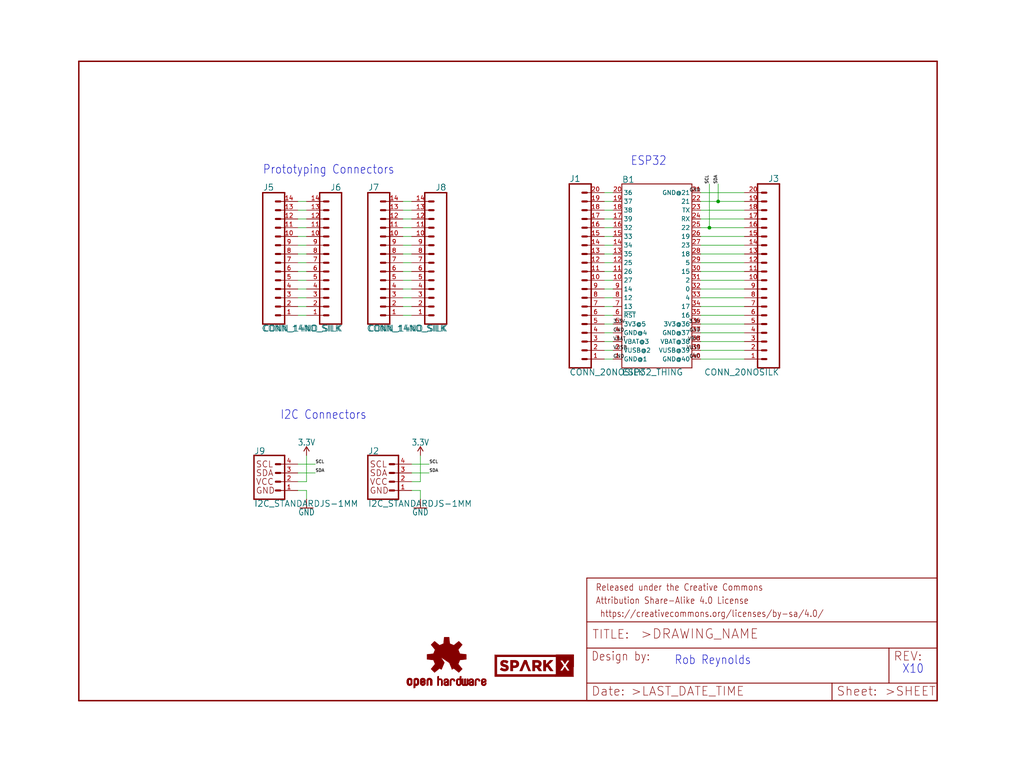
<source format=kicad_sch>
(kicad_sch (version 20211123) (generator eeschema)
  (paper "User" 297.002 223.926)
  (lib_symbols
    (symbol "eagleSchem-eagle-import:3.3V" (power)
      (property "Value" "3.3V" (at 0 2.794 0))
      (symbol "3.3V_1_0"
        (pin power_in line (at 0 0 90) (length 2.54) (name "3.3V") (number "1"))
      )
    )
    (symbol "eagleSchem-eagle-import:CONN_14NO_SILK"
      (property "Reference" "J" (at 0 18.288 0))
      (property "Value" "CONN_14NO_SILK" (at 0 -22.606 0))
      (symbol "CONN_14NO_SILK_1_0"
        (pin passive line (at 10.16 -17.78 180) (length 5.08) (name "1") (number "1"))
        (pin passive line (at 10.16 5.08 180) (length 5.08) (name "10") (number "10"))
        (pin passive line (at 10.16 7.62 180) (length 5.08) (name "11") (number "11"))
        (pin passive line (at 10.16 10.16 180) (length 5.08) (name "12") (number "12"))
        (pin passive line (at 10.16 12.7 180) (length 5.08) (name "13") (number "13"))
        (pin passive line (at 10.16 15.24 180) (length 5.08) (name "14") (number "14"))
        (pin passive line (at 10.16 -15.24 180) (length 5.08) (name "2") (number "2"))
        (pin passive line (at 10.16 -12.7 180) (length 5.08) (name "3") (number "3"))
        (pin passive line (at 10.16 -10.16 180) (length 5.08) (name "4") (number "4"))
        (pin passive line (at 10.16 -7.62 180) (length 5.08) (name "5") (number "5"))
        (pin passive line (at 10.16 -5.08 180) (length 5.08) (name "6") (number "6"))
        (pin passive line (at 10.16 -2.54 180) (length 5.08) (name "7") (number "7"))
        (pin passive line (at 10.16 0 180) (length 5.08) (name "8") (number "8"))
        (pin passive line (at 10.16 2.54 180) (length 5.08) (name "9") (number "9"))
      )
    )
    (symbol "eagleSchem-eagle-import:CONN_20NOSILK"
      (property "Reference" "J" (at 0 56.388 0))
      (property "Value" "CONN_20NOSILK" (at 0 0.254 0))
      (symbol "CONN_20NOSILK_1_0"
        (pin passive line (at 10.16 5.08 180) (length 5.08) (name "1") (number "1"))
        (pin passive line (at 10.16 27.94 180) (length 5.08) (name "10") (number "10"))
        (pin passive line (at 10.16 30.48 180) (length 5.08) (name "11") (number "11"))
        (pin passive line (at 10.16 33.02 180) (length 5.08) (name "12") (number "12"))
        (pin passive line (at 10.16 35.56 180) (length 5.08) (name "13") (number "13"))
        (pin passive line (at 10.16 38.1 180) (length 5.08) (name "14") (number "14"))
        (pin passive line (at 10.16 40.64 180) (length 5.08) (name "15") (number "15"))
        (pin passive line (at 10.16 43.18 180) (length 5.08) (name "16") (number "16"))
        (pin passive line (at 10.16 45.72 180) (length 5.08) (name "17") (number "17"))
        (pin passive line (at 10.16 48.26 180) (length 5.08) (name "18") (number "18"))
        (pin passive line (at 10.16 50.8 180) (length 5.08) (name "19") (number "19"))
        (pin passive line (at 10.16 7.62 180) (length 5.08) (name "2") (number "2"))
        (pin passive line (at 10.16 53.34 180) (length 5.08) (name "20") (number "20"))
        (pin passive line (at 10.16 10.16 180) (length 5.08) (name "3") (number "3"))
        (pin passive line (at 10.16 12.7 180) (length 5.08) (name "4") (number "4"))
        (pin passive line (at 10.16 15.24 180) (length 5.08) (name "5") (number "5"))
        (pin passive line (at 10.16 17.78 180) (length 5.08) (name "6") (number "6"))
        (pin passive line (at 10.16 20.32 180) (length 5.08) (name "7") (number "7"))
        (pin passive line (at 10.16 22.86 180) (length 5.08) (name "8") (number "8"))
        (pin passive line (at 10.16 25.4 180) (length 5.08) (name "9") (number "9"))
      )
    )
    (symbol "eagleSchem-eagle-import:ESP32_THING"
      (property "Reference" "B" (at -10.16 28.194 0))
      (property "Value" "ESP32_THING" (at -10.16 -25.654 0))
      (symbol "ESP32_THING_1_0"
        (pin bidirectional line (at -12.7 -22.86 0) (length 2.54) (name "GND@1") (number "1"))
        (pin bidirectional line (at -12.7 0 0) (length 2.54) (name "27") (number "10"))
        (pin bidirectional line (at -12.7 2.54 0) (length 2.54) (name "26") (number "11"))
        (pin bidirectional line (at -12.7 5.08 0) (length 2.54) (name "25") (number "12"))
        (pin bidirectional line (at -12.7 7.62 0) (length 2.54) (name "35") (number "13"))
        (pin bidirectional line (at -12.7 10.16 0) (length 2.54) (name "34") (number "14"))
        (pin bidirectional line (at -12.7 12.7 0) (length 2.54) (name "33") (number "15"))
        (pin bidirectional line (at -12.7 15.24 0) (length 2.54) (name "32") (number "16"))
        (pin bidirectional line (at -12.7 17.78 0) (length 2.54) (name "39") (number "17"))
        (pin bidirectional line (at -12.7 20.32 0) (length 2.54) (name "38") (number "18"))
        (pin bidirectional line (at -12.7 22.86 0) (length 2.54) (name "37") (number "19"))
        (pin bidirectional line (at -12.7 -20.32 0) (length 2.54) (name "VUSB@2") (number "2"))
        (pin bidirectional line (at -12.7 25.4 0) (length 2.54) (name "36") (number "20"))
        (pin bidirectional line (at 12.7 25.4 180) (length 2.54) (name "GND@21") (number "21"))
        (pin bidirectional line (at 12.7 22.86 180) (length 2.54) (name "21") (number "22"))
        (pin bidirectional line (at 12.7 20.32 180) (length 2.54) (name "TX") (number "23"))
        (pin bidirectional line (at 12.7 17.78 180) (length 2.54) (name "RX") (number "24"))
        (pin bidirectional line (at 12.7 15.24 180) (length 2.54) (name "22") (number "25"))
        (pin bidirectional line (at 12.7 12.7 180) (length 2.54) (name "19") (number "26"))
        (pin bidirectional line (at 12.7 10.16 180) (length 2.54) (name "23") (number "27"))
        (pin bidirectional line (at 12.7 7.62 180) (length 2.54) (name "18") (number "28"))
        (pin bidirectional line (at 12.7 5.08 180) (length 2.54) (name "5") (number "29"))
        (pin bidirectional line (at -12.7 -17.78 0) (length 2.54) (name "VBAT@3") (number "3"))
        (pin bidirectional line (at 12.7 2.54 180) (length 2.54) (name "15") (number "30"))
        (pin bidirectional line (at 12.7 0 180) (length 2.54) (name "2") (number "31"))
        (pin bidirectional line (at 12.7 -2.54 180) (length 2.54) (name "0") (number "32"))
        (pin bidirectional line (at 12.7 -5.08 180) (length 2.54) (name "4") (number "33"))
        (pin bidirectional line (at 12.7 -7.62 180) (length 2.54) (name "17") (number "34"))
        (pin bidirectional line (at 12.7 -10.16 180) (length 2.54) (name "16") (number "35"))
        (pin bidirectional line (at 12.7 -12.7 180) (length 2.54) (name "3V3@36") (number "36"))
        (pin bidirectional line (at 12.7 -15.24 180) (length 2.54) (name "GND@37") (number "37"))
        (pin bidirectional line (at 12.7 -17.78 180) (length 2.54) (name "VBAT@38") (number "38"))
        (pin bidirectional line (at 12.7 -20.32 180) (length 2.54) (name "VUSB@39") (number "39"))
        (pin bidirectional line (at -12.7 -15.24 0) (length 2.54) (name "GND@4") (number "4"))
        (pin bidirectional line (at 12.7 -22.86 180) (length 2.54) (name "GND@40") (number "40"))
        (pin bidirectional line (at -12.7 -12.7 0) (length 2.54) (name "3V3@5") (number "5"))
        (pin bidirectional line (at -12.7 -10.16 0) (length 2.54) (name "~{RST}") (number "6"))
        (pin bidirectional line (at -12.7 -7.62 0) (length 2.54) (name "13") (number "7"))
        (pin bidirectional line (at -12.7 -5.08 0) (length 2.54) (name "12") (number "8"))
        (pin bidirectional line (at -12.7 -2.54 0) (length 2.54) (name "14") (number "9"))
      )
    )
    (symbol "eagleSchem-eagle-import:FRAME-LETTERNO_PACKAGE"
      (symbol "FRAME-LETTERNO_PACKAGE_2_0"
        (text " https://creativecommons.org/licenses/by-sa/4.0/" (at 2.54 24.13 0) (effects (font (size 1.9304 1.6408)) (justify left bottom)))
        (text ">DRAWING_NAME" (at 15.494 17.78 0) (effects (font (size 2.7432 2.7432)) (justify left bottom)))
        (text ">LAST_DATE_TIME" (at 12.7 1.27 0) (effects (font (size 2.54 2.54)) (justify left bottom)))
        (text ">SHEET" (at 86.36 1.27 0) (effects (font (size 2.54 2.54)) (justify left bottom)))
        (text "Attribution Share-Alike 4.0 License" (at 2.54 27.94 0) (effects (font (size 1.9304 1.6408)) (justify left bottom)))
        (text "Date:" (at 1.27 1.27 0) (effects (font (size 2.54 2.54)) (justify left bottom)))
        (text "Design by:" (at 1.27 11.43 0) (effects (font (size 2.54 2.159)) (justify left bottom)))
        (text "Released under the Creative Commons" (at 2.54 31.75 0) (effects (font (size 1.9304 1.6408)) (justify left bottom)))
        (text "REV:" (at 88.9 11.43 0) (effects (font (size 2.54 2.54)) (justify left bottom)))
        (text "Sheet:" (at 72.39 1.27 0) (effects (font (size 2.54 2.54)) (justify left bottom)))
        (text "TITLE:" (at 1.524 17.78 0) (effects (font (size 2.54 2.54)) (justify left bottom)))
      )
    )
    (symbol "eagleSchem-eagle-import:GND" (power)
      (property "Value" "GND" (at 0 -0.254 0))
      (symbol "GND_1_0"
        (pin power_in line (at 0 2.54 270) (length 2.54) (name "GND") (number "1"))
      )
    )
    (symbol "eagleSchem-eagle-import:I2C_STANDARDJS-1MM"
      (property "Reference" "J" (at -5.08 7.874 0))
      (property "Value" "I2C_STANDARDJS-1MM" (at -5.08 -5.334 0))
      (symbol "I2C_STANDARDJS-1MM_1_0"
        (text "GND" (at -4.572 -2.54 0) (effects (font (size 1.778 1.778)) (justify left)))
        (text "SCL" (at -4.572 5.08 0) (effects (font (size 1.778 1.778)) (justify left)))
        (text "SDA" (at -4.572 2.54 0) (effects (font (size 1.778 1.778)) (justify left)))
        (text "VCC" (at -4.572 0 0) (effects (font (size 1.778 1.778)) (justify left)))
        (pin power_in line (at 7.62 -2.54 180) (length 5.08) (name "GND") (number "1"))
        (pin power_in line (at 7.62 0 180) (length 5.08) (name "VCC") (number "2"))
        (pin passive line (at 7.62 2.54 180) (length 5.08) (name "SDA") (number "3"))
        (pin passive line (at 7.62 5.08 180) (length 5.08) (name "SCL") (number "4"))
      )
    )
    (symbol "eagleSchem-eagle-import:OSHW-LOGOMINI")
    (symbol "eagleSchem-eagle-import:SPARKX-LOGO3")
  )
  (junction (at 208.28 58.42))
  (junction (at 205.74 66.04))
  (wire (pts (xy 88.9 91.44) (xy 86.36 91.44)))
  (wire (pts (xy 203.2 63.5) (xy 215.9 63.5)))
  (wire (pts (xy 177.8 101.6) (xy 175.26 101.6)))
  (wire (pts (xy 88.9 68.58) (xy 86.36 68.58)))
  (wire (pts (xy 177.8 55.88) (xy 175.26 55.88)))
  (wire (pts (xy 119.38 68.58) (xy 116.84 68.58)))
  (wire (pts (xy 119.38 91.44) (xy 116.84 91.44)))
  (wire (pts (xy 119.38 142.24) (xy 121.92 142.24)))
  (wire (pts (xy 88.9 81.28) (xy 86.36 81.28)))
  (wire (pts (xy 88.9 63.5) (xy 86.36 63.5)))
  (wire (pts (xy 205.74 66.04) (xy 205.74 53.34)))
  (wire (pts (xy 177.8 63.5) (xy 175.26 63.5)))
  (wire (pts (xy 203.2 58.42) (xy 208.28 58.42)))
  (wire (pts (xy 177.8 86.36) (xy 175.26 86.36)))
  (wire (pts (xy 208.28 58.42) (xy 215.9 58.42)))
  (wire (pts (xy 88.9 60.96) (xy 86.36 60.96)))
  (wire (pts (xy 119.38 78.74) (xy 116.84 78.74)))
  (wire (pts (xy 203.2 104.14) (xy 215.9 104.14)))
  (wire (pts (xy 203.2 93.98) (xy 215.9 93.98)))
  (wire (pts (xy 208.28 53.34) (xy 208.28 58.42)))
  (wire (pts (xy 177.8 66.04) (xy 175.26 66.04)))
  (wire (pts (xy 177.8 58.42) (xy 175.26 58.42)))
  (wire (pts (xy 119.38 71.12) (xy 116.84 71.12)))
  (wire (pts (xy 203.2 60.96) (xy 215.9 60.96)))
  (wire (pts (xy 121.92 139.7) (xy 121.92 132.08)))
  (wire (pts (xy 119.38 81.28) (xy 116.84 81.28)))
  (wire (pts (xy 203.2 86.36) (xy 215.9 86.36)))
  (wire (pts (xy 203.2 81.28) (xy 215.9 81.28)))
  (wire (pts (xy 88.9 73.66) (xy 86.36 73.66)))
  (wire (pts (xy 88.9 86.36) (xy 86.36 86.36)))
  (wire (pts (xy 177.8 88.9) (xy 175.26 88.9)))
  (wire (pts (xy 203.2 76.2) (xy 215.9 76.2)))
  (wire (pts (xy 119.38 137.16) (xy 124.46 137.16)))
  (wire (pts (xy 177.8 71.12) (xy 175.26 71.12)))
  (wire (pts (xy 119.38 60.96) (xy 116.84 60.96)))
  (wire (pts (xy 86.36 137.16) (xy 91.44 137.16)))
  (wire (pts (xy 177.8 68.58) (xy 175.26 68.58)))
  (wire (pts (xy 203.2 68.58) (xy 215.9 68.58)))
  (wire (pts (xy 88.9 142.24) (xy 88.9 144.78)))
  (wire (pts (xy 88.9 71.12) (xy 86.36 71.12)))
  (wire (pts (xy 203.2 73.66) (xy 215.9 73.66)))
  (wire (pts (xy 119.38 88.9) (xy 116.84 88.9)))
  (wire (pts (xy 119.38 86.36) (xy 116.84 86.36)))
  (wire (pts (xy 177.8 83.82) (xy 175.26 83.82)))
  (wire (pts (xy 119.38 58.42) (xy 116.84 58.42)))
  (wire (pts (xy 177.8 76.2) (xy 175.26 76.2)))
  (wire (pts (xy 177.8 91.44) (xy 175.26 91.44)))
  (wire (pts (xy 203.2 55.88) (xy 215.9 55.88)))
  (wire (pts (xy 119.38 63.5) (xy 116.84 63.5)))
  (wire (pts (xy 203.2 78.74) (xy 215.9 78.74)))
  (wire (pts (xy 86.36 142.24) (xy 88.9 142.24)))
  (wire (pts (xy 203.2 96.52) (xy 215.9 96.52)))
  (wire (pts (xy 177.8 96.52) (xy 175.26 96.52)))
  (wire (pts (xy 88.9 58.42) (xy 86.36 58.42)))
  (wire (pts (xy 177.8 93.98) (xy 175.26 93.98)))
  (wire (pts (xy 86.36 134.62) (xy 91.44 134.62)))
  (wire (pts (xy 177.8 78.74) (xy 175.26 78.74)))
  (wire (pts (xy 177.8 104.14) (xy 175.26 104.14)))
  (wire (pts (xy 121.92 142.24) (xy 121.92 144.78)))
  (wire (pts (xy 203.2 66.04) (xy 205.74 66.04)))
  (wire (pts (xy 86.36 139.7) (xy 88.9 139.7)))
  (wire (pts (xy 203.2 91.44) (xy 215.9 91.44)))
  (wire (pts (xy 177.8 99.06) (xy 175.26 99.06)))
  (wire (pts (xy 119.38 139.7) (xy 121.92 139.7)))
  (wire (pts (xy 203.2 88.9) (xy 215.9 88.9)))
  (wire (pts (xy 203.2 101.6) (xy 215.9 101.6)))
  (wire (pts (xy 119.38 83.82) (xy 116.84 83.82)))
  (wire (pts (xy 203.2 83.82) (xy 215.9 83.82)))
  (wire (pts (xy 203.2 99.06) (xy 215.9 99.06)))
  (wire (pts (xy 88.9 76.2) (xy 86.36 76.2)))
  (wire (pts (xy 205.74 66.04) (xy 215.9 66.04)))
  (wire (pts (xy 88.9 78.74) (xy 86.36 78.74)))
  (wire (pts (xy 177.8 73.66) (xy 175.26 73.66)))
  (wire (pts (xy 119.38 76.2) (xy 116.84 76.2)))
  (wire (pts (xy 177.8 60.96) (xy 175.26 60.96)))
  (wire (pts (xy 203.2 71.12) (xy 215.9 71.12)))
  (wire (pts (xy 119.38 134.62) (xy 124.46 134.62)))
  (wire (pts (xy 88.9 83.82) (xy 86.36 83.82)))
  (wire (pts (xy 88.9 139.7) (xy 88.9 132.08)))
  (wire (pts (xy 119.38 73.66) (xy 116.84 73.66)))
  (wire (pts (xy 119.38 66.04) (xy 116.84 66.04)))
  (wire (pts (xy 177.8 81.28) (xy 175.26 81.28)))
  (wire (pts (xy 88.9 66.04) (xy 86.36 66.04)))
  (wire (pts (xy 88.9 88.9) (xy 86.36 88.9)))
  (text "X10" (at 261.62 195.58 180) (effects (font (size 2.54 2.159)) (justify left bottom)))
  (text "Rob Reynolds" (at 195.58 193.04 180) (effects (font (size 2.54 2.159)) (justify left bottom)))
  (text "Prototyping Connectors" (at 76.2 50.8 180) (effects (font (size 2.54 2.159)) (justify left bottom)))
  (text "I2C Connectors" (at 81.28 121.92 180) (effects (font (size 2.54 2.159)) (justify left bottom)))
  (text "ESP32" (at 182.88 48.26 180) (effects (font (size 2.54 2.159)) (justify left bottom)))
  (label "SCL" (at 91.44 134.62 0) (effects (font (size 0.889 0.889))))
  (label "SCL" (at 124.46 134.62 0) (effects (font (size 0.889 0.889))))
  (label "SDA" (at 208.28 53.34 90) (effects (font (size 0.889 0.889))))
  (label "SDA" (at 91.44 137.16 0) (effects (font (size 0.889 0.889))))
  (label "GND" (at 203.2 96.52 180) (effects (font (size 1.016 1.016))))
  (label "GND" (at 203.2 104.14 180) (effects (font (size 1.016 1.016))))
  (label "VBAT" (at 177.8 99.06 0) (effects (font (size 1.016 1.016))))
  (label "VUSB" (at 177.8 101.6 0) (effects (font (size 1.016 1.016))))
  (label "GND" (at 203.2 55.88 180) (effects (font (size 1.016 1.016))))
  (label "3.3V" (at 177.8 93.98 0) (effects (font (size 1.016 1.016))))
  (label "VUSB" (at 203.2 101.6 180) (effects (font (size 1.016 1.016))))
  (label "GND" (at 177.8 104.14 0) (effects (font (size 1.016 1.016))))
  (label "SCL" (at 205.74 53.34 90) (effects (font (size 0.889 0.889))))
  (label "GND" (at 177.8 96.52 0) (effects (font (size 1.016 1.016))))
  (label "SDA" (at 124.46 137.16 0) (effects (font (size 0.889 0.889))))
  (label "VBAT" (at 203.2 99.06 180) (effects (font (size 1.016 1.016))))
  (label "3.3V" (at 203.2 93.98 180) (effects (font (size 1.016 1.016))))
  (symbol (lib_id "eagleSchem-eagle-import:CONN_14NO_SILK") (at 129.54 73.66 0) (mirror y) (unit 1)
    (property "Reference" "J8" (at 129.54 55.372 0) (effects (font (size 1.778 1.778)) (justify left bottom)))
    (property "Value" "CONN_14NO_SILK" (at 129.54 96.266 0) (effects (font (size 1.778 1.778)) (justify left bottom)))
    (property "Footprint" "eagleSchem:1X14_NO_SILK" (effects hide))
  )
  (symbol (lib_id "eagleSchem-eagle-import:I2C_STANDARDJS-1MM") (at 111.76 139.7 0) (unit 1)
    (property "Reference" "J2" (at 106.68 131.826 0) (effects (font (size 1.778 1.778)) (justify left bottom)))
    (property "Value" "I2C_STANDARDJS-1MM" (at 106.68 145.034 0) (effects (font (size 1.778 1.778)) (justify left top)))
    (property "Footprint" "eagleSchem:1X04_1MM_RA" (effects hide))
  )
  (symbol (lib_id "eagleSchem-eagle-import:CONN_20NOSILK") (at 165.1 109.22 0) (unit 1)
    (property "Reference" "J1" (at 165.1 52.832 0) (effects (font (size 1.778 1.778)) (justify left bottom)))
    (property "Value" "CONN_20NOSILK" (at 165.1 108.966 0) (effects (font (size 1.778 1.778)) (justify left bottom)))
    (property "Footprint" "eagleSchem:1X20_NOSILK" (effects hide))
  )
  (symbol (lib_id "eagleSchem-eagle-import:FRAME-LETTERNO_PACKAGE") (at 170.18 203.2 0) (unit 2)
    (property "Reference" "FRAME1" (effects hide))
    (property "Value" "FRAME-LETTERNO_PACKAGE" (effects hide))
    (property "Footprint" "eagleSchem:DUMMY" (effects hide))
  )
  (symbol (lib_id "eagleSchem-eagle-import:CONN_14NO_SILK") (at 99.06 73.66 0) (mirror y) (unit 1)
    (property "Reference" "J6" (at 99.06 55.372 0) (effects (font (size 1.778 1.778)) (justify left bottom)))
    (property "Value" "CONN_14NO_SILK" (at 99.06 96.266 0) (effects (font (size 1.778 1.778)) (justify left bottom)))
    (property "Footprint" "eagleSchem:1X14_NO_SILK" (effects hide))
  )
  (symbol (lib_id "eagleSchem-eagle-import:3.3V") (at 88.9 132.08 0) (unit 1)
    (property "Reference" "#SUPPLY8" (effects hide))
    (property "Value" "3.3V" (at 88.9 129.286 0) (effects (font (size 1.778 1.5113)) (justify bottom)))
    (property "Footprint" "eagleSchem:" (effects hide))
  )
  (symbol (lib_id "eagleSchem-eagle-import:GND") (at 121.92 147.32 0) (unit 1)
    (property "Reference" "#GND2" (effects hide))
    (property "Value" "GND" (at 121.92 147.574 0) (effects (font (size 1.778 1.5113)) (justify top)))
    (property "Footprint" "eagleSchem:" (effects hide))
  )
  (symbol (lib_id "eagleSchem-eagle-import:CONN_14NO_SILK") (at 76.2 73.66 0) (unit 1)
    (property "Reference" "J5" (at 76.2 55.372 0) (effects (font (size 1.778 1.778)) (justify left bottom)))
    (property "Value" "CONN_14NO_SILK" (at 76.2 96.266 0) (effects (font (size 1.778 1.778)) (justify left bottom)))
    (property "Footprint" "eagleSchem:1X14_NO_SILK" (effects hide))
  )
  (symbol (lib_id "eagleSchem-eagle-import:SPARKX-LOGO3") (at 154.94 193.04 0) (unit 1)
    (property "Reference" "U$1" (effects hide))
    (property "Value" "SPARKX-LOGO3" (effects hide))
    (property "Footprint" "eagleSchem:SPARKX-SMALL" (effects hide))
  )
  (symbol (lib_id "eagleSchem-eagle-import:FRAME-LETTERNO_PACKAGE") (at 22.86 203.2 0) (unit 1)
    (property "Reference" "FRAME1" (effects hide))
    (property "Value" "FRAME-LETTERNO_PACKAGE" (effects hide))
    (property "Footprint" "eagleSchem:DUMMY" (effects hide))
  )
  (symbol (lib_id "eagleSchem-eagle-import:CONN_14NO_SILK") (at 106.68 73.66 0) (unit 1)
    (property "Reference" "J7" (at 106.68 55.372 0) (effects (font (size 1.778 1.778)) (justify left bottom)))
    (property "Value" "CONN_14NO_SILK" (at 106.68 96.266 0) (effects (font (size 1.778 1.778)) (justify left bottom)))
    (property "Footprint" "eagleSchem:1X14_NO_SILK" (effects hide))
  )
  (symbol (lib_id "eagleSchem-eagle-import:ESP32_THING") (at 190.5 81.28 0) (unit 1)
    (property "Reference" "B1" (at 180.34 53.086 0) (effects (font (size 1.778 1.778)) (justify left bottom)))
    (property "Value" "ESP32_THING" (at 180.34 106.934 0) (effects (font (size 1.778 1.778)) (justify left top)))
    (property "Footprint" "eagleSchem:ESP32_THING" (effects hide))
  )
  (symbol (lib_id "eagleSchem-eagle-import:CONN_20NOSILK") (at 226.06 109.22 0) (mirror y) (unit 1)
    (property "Reference" "J3" (at 226.06 52.832 0) (effects (font (size 1.778 1.778)) (justify left bottom)))
    (property "Value" "CONN_20NOSILK" (at 226.06 108.966 0) (effects (font (size 1.778 1.778)) (justify left bottom)))
    (property "Footprint" "eagleSchem:1X20_NOSILK" (effects hide))
  )
  (symbol (lib_id "eagleSchem-eagle-import:3.3V") (at 121.92 132.08 0) (unit 1)
    (property "Reference" "#SUPPLY7" (effects hide))
    (property "Value" "3.3V" (at 121.92 129.286 0) (effects (font (size 1.778 1.5113)) (justify bottom)))
    (property "Footprint" "eagleSchem:" (effects hide))
  )
  (symbol (lib_id "eagleSchem-eagle-import:OSHW-LOGOMINI") (at 129.54 190.5 0) (unit 1)
    (property "Reference" "LOGO1" (effects hide))
    (property "Value" "OSHW-LOGOMINI" (effects hide))
    (property "Footprint" "eagleSchem:OSHW-LOGO-MINI" (effects hide))
  )
  (symbol (lib_id "eagleSchem-eagle-import:I2C_STANDARDJS-1MM") (at 78.74 139.7 0) (unit 1)
    (property "Reference" "J9" (at 73.66 131.826 0) (effects (font (size 1.778 1.778)) (justify left bottom)))
    (property "Value" "I2C_STANDARDJS-1MM" (at 73.66 145.034 0) (effects (font (size 1.778 1.778)) (justify left top)))
    (property "Footprint" "eagleSchem:1X04_1MM_RA" (effects hide))
  )
  (symbol (lib_id "eagleSchem-eagle-import:GND") (at 88.9 147.32 0) (unit 1)
    (property "Reference" "#GND1" (effects hide))
    (property "Value" "GND" (at 88.9 147.574 0) (effects (font (size 1.778 1.5113)) (justify top)))
    (property "Footprint" "eagleSchem:" (effects hide))
  )
)
</source>
